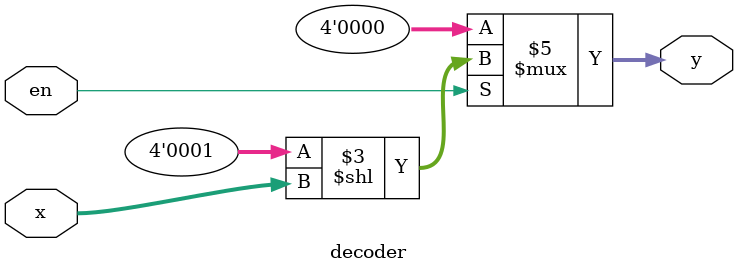
<source format=v>
module decoder(en,x,y);
parameter m = 2;
parameter n = 4;

input en; 
input [m-1:0]x;
output reg  [n-1 : 0]y;

always @ (en,x)
begin
if (!en)  y = {n{1'b0}} ;
else y = {{n-1{1'b0}}, 1'b1} <<x ;
end 
endmodule 
</source>
